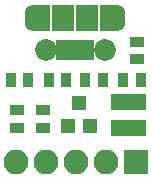
<source format=gts>
%TF.GenerationSoftware,KiCad,Pcbnew,4.0.7*%
%TF.CreationDate,2017-12-10T14:51:51+08:00*%
%TF.ProjectId,MicroUSB,4D6963726F5553422E6B696361645F70,rev?*%
%TF.FileFunction,Soldermask,Top*%
%FSLAX46Y46*%
G04 Gerber Fmt 4.6, Leading zero omitted, Abs format (unit mm)*
G04 Created by KiCad (PCBNEW 4.0.7) date 12/10/17 14:51:51*
%MOMM*%
%LPD*%
G01*
G04 APERTURE LIST*
%ADD10C,0.100000*%
%ADD11R,1.200000X1.300000*%
%ADD12R,2.100000X2.100000*%
%ADD13O,2.100000X2.100000*%
%ADD14R,1.050000X1.460000*%
%ADD15R,0.900000X1.300000*%
%ADD16R,1.300000X0.900000*%
%ADD17R,1.900000X2.300000*%
%ADD18C,1.850000*%
%ADD19R,0.800000X1.750000*%
%ADD20O,1.600000X2.300000*%
%ADD21R,1.600000X2.300000*%
G04 APERTURE END LIST*
D10*
D11*
X7330000Y-11890000D03*
X9230000Y-11890000D03*
X8280000Y-9890000D03*
D12*
X13100000Y-14950000D03*
D13*
X10560000Y-14950000D03*
X8020000Y-14950000D03*
X5480000Y-14950000D03*
X2940000Y-14950000D03*
D14*
X13430000Y-9820000D03*
X12480000Y-9820000D03*
X11530000Y-9820000D03*
X11530000Y-12020000D03*
X13430000Y-12020000D03*
X12480000Y-12020000D03*
D15*
X13490000Y-7970000D03*
X11990000Y-7970000D03*
X8790000Y-7970000D03*
X10290000Y-7970000D03*
D16*
X13220000Y-6230000D03*
X13220000Y-4730000D03*
D15*
X5700000Y-7970000D03*
X7200000Y-7970000D03*
X3990000Y-7970000D03*
X2490000Y-7970000D03*
D16*
X3020000Y-12030000D03*
X3020000Y-10530000D03*
X5210000Y-12030000D03*
X5210000Y-10530000D03*
D17*
X6940000Y-2700000D03*
D18*
X10440000Y-5400000D03*
D19*
X8590000Y-5400000D03*
X9240000Y-5400000D03*
X6640000Y-5400000D03*
X7290000Y-5400000D03*
X7940000Y-5400000D03*
D18*
X5440000Y-5400000D03*
D17*
X8940000Y-2700000D03*
D20*
X11440000Y-2700000D03*
X4440000Y-2700000D03*
D21*
X5040000Y-2700000D03*
X10840000Y-2700000D03*
M02*

</source>
